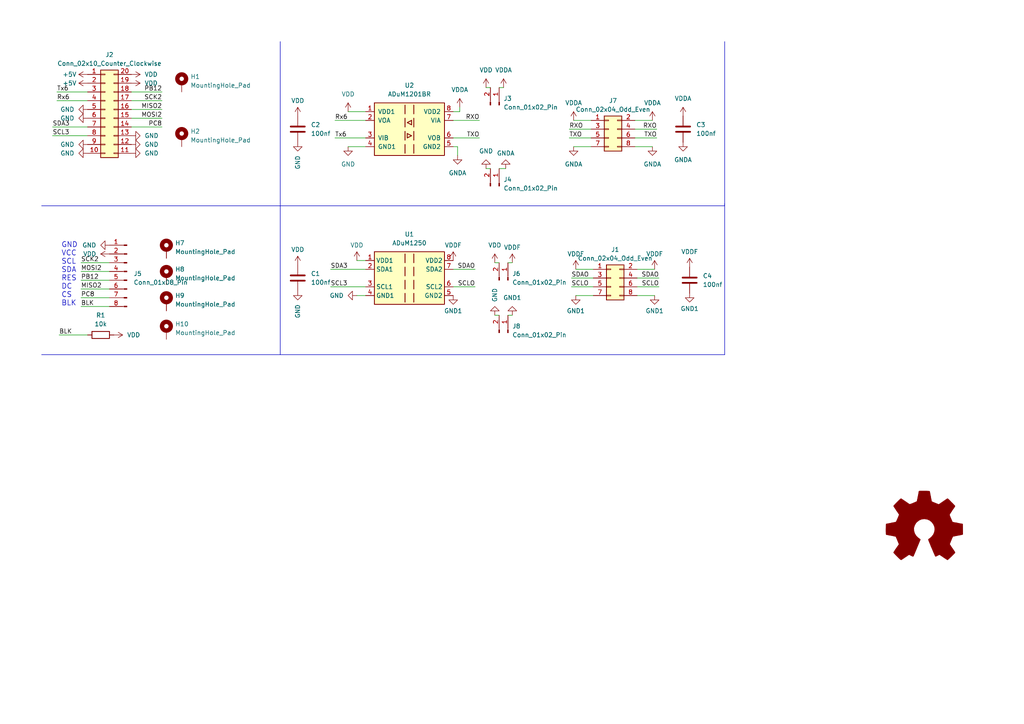
<source format=kicad_sch>
(kicad_sch (version 20231120) (generator "eeschema") (generator_version "8.0")
  (paper "A4")
  (lib_symbols
    (symbol "Connector:Conn_01x02_Pin" (pin_names (offset 1.016) hide)
      (property "Reference" "J" (at 0 2.54 0))
      (property "Value" "Conn_01x02_Pin" (at 0 -5.08 0))
      (symbol "Conn_01x02_Pin_1_1"
        (polyline (pts (xy 1.27 -2.54) (xy 0.8636 -2.54)) (stroke (width 0.1524)))
        (polyline (pts (xy 1.27 0) (xy 0.8636 0)) (stroke (width 0.1524)))
        (rectangle (start 0.8636 -2.413) (end 0 -2.667) (stroke (width 0.1524)) (fill (type outline)))
        (rectangle (start 0.8636 0.127) (end 0 -0.127) (stroke (width 0.1524)) (fill (type outline)))
        (pin passive line (at 5.08 0 180) (length 3.81) (name "Pin_1") (number "1"))
        (pin passive line (at 5.08 -2.54 180) (length 3.81) (name "Pin_2") (number "2"))
      )
    )
    (symbol "Connector:Conn_01x08_Pin" (pin_names (offset 1.016) hide)
      (property "Reference" "J" (at 0 10.16 0))
      (property "Value" "Conn_01x08_Pin" (at 0 -12.7 0))
      (symbol "Conn_01x08_Pin_1_1"
        (polyline (pts (xy 1.27 -10.16) (xy 0.8636 -10.16)) (stroke (width 0.1524)))
        (polyline (pts (xy 1.27 -7.62) (xy 0.8636 -7.62)) (stroke (width 0.1524)))
        (polyline (pts (xy 1.27 -5.08) (xy 0.8636 -5.08)) (stroke (width 0.1524)))
        (polyline (pts (xy 1.27 -2.54) (xy 0.8636 -2.54)) (stroke (width 0.1524)))
        (polyline (pts (xy 1.27 0) (xy 0.8636 0)) (stroke (width 0.1524)))
        (polyline (pts (xy 1.27 2.54) (xy 0.8636 2.54)) (stroke (width 0.1524)))
        (polyline (pts (xy 1.27 5.08) (xy 0.8636 5.08)) (stroke (width 0.1524)))
        (polyline (pts (xy 1.27 7.62) (xy 0.8636 7.62)) (stroke (width 0.1524)))
        (rectangle (start 0.8636 -10.033) (end 0 -10.287) (stroke (width 0.1524)) (fill (type outline)))
        (rectangle (start 0.8636 -7.493) (end 0 -7.747) (stroke (width 0.1524)) (fill (type outline)))
        (rectangle (start 0.8636 -4.953) (end 0 -5.207) (stroke (width 0.1524)) (fill (type outline)))
        (rectangle (start 0.8636 -2.413) (end 0 -2.667) (stroke (width 0.1524)) (fill (type outline)))
        (rectangle (start 0.8636 0.127) (end 0 -0.127) (stroke (width 0.1524)) (fill (type outline)))
        (rectangle (start 0.8636 2.667) (end 0 2.413) (stroke (width 0.1524)) (fill (type outline)))
        (rectangle (start 0.8636 5.207) (end 0 4.953) (stroke (width 0.1524)) (fill (type outline)))
        (rectangle (start 0.8636 7.747) (end 0 7.493) (stroke (width 0.1524)) (fill (type outline)))
        (pin passive line (at 5.08 7.62 180) (length 3.81) (name "Pin_1") (number "1"))
        (pin passive line (at 5.08 5.08 180) (length 3.81) (name "Pin_2") (number "2"))
        (pin passive line (at 5.08 2.54 180) (length 3.81) (name "Pin_3") (number "3"))
        (pin passive line (at 5.08 0 180) (length 3.81) (name "Pin_4") (number "4"))
        (pin passive line (at 5.08 -2.54 180) (length 3.81) (name "Pin_5") (number "5"))
        (pin passive line (at 5.08 -5.08 180) (length 3.81) (name "Pin_6") (number "6"))
        (pin passive line (at 5.08 -7.62 180) (length 3.81) (name "Pin_7") (number "7"))
        (pin passive line (at 5.08 -10.16 180) (length 3.81) (name "Pin_8") (number "8"))
      )
    )
    (symbol "Connector_Generic:Conn_02x04_Odd_Even" (pin_names (offset 1.016) hide)
      (property "Reference" "J" (at 1.27 5.08 0))
      (property "Value" "Conn_02x04_Odd_Even" (at 1.27 -7.62 0))
      (symbol "Conn_02x04_Odd_Even_1_1"
        (rectangle (start -1.27 -4.953) (end 0 -5.207) (stroke (width 0.1524)))
        (rectangle (start -1.27 -2.413) (end 0 -2.667) (stroke (width 0.1524)))
        (rectangle (start -1.27 0.127) (end 0 -0.127) (stroke (width 0.1524)))
        (rectangle (start -1.27 2.667) (end 0 2.413) (stroke (width 0.1524)))
        (rectangle (start -1.27 3.81) (end 3.81 -6.35) (stroke (width 0.254)) (fill (type background)))
        (rectangle (start 3.81 -4.953) (end 2.54 -5.207) (stroke (width 0.1524)))
        (rectangle (start 3.81 -2.413) (end 2.54 -2.667) (stroke (width 0.1524)))
        (rectangle (start 3.81 0.127) (end 2.54 -0.127) (stroke (width 0.1524)))
        (rectangle (start 3.81 2.667) (end 2.54 2.413) (stroke (width 0.1524)))
        (pin passive line (at -5.08 2.54 0) (length 3.81) (name "Pin_1") (number "1"))
        (pin passive line (at 7.62 2.54 180) (length 3.81) (name "Pin_2") (number "2"))
        (pin passive line (at -5.08 0 0) (length 3.81) (name "Pin_3") (number "3"))
        (pin passive line (at 7.62 0 180) (length 3.81) (name "Pin_4") (number "4"))
        (pin passive line (at -5.08 -2.54 0) (length 3.81) (name "Pin_5") (number "5"))
        (pin passive line (at 7.62 -2.54 180) (length 3.81) (name "Pin_6") (number "6"))
        (pin passive line (at -5.08 -5.08 0) (length 3.81) (name "Pin_7") (number "7"))
        (pin passive line (at 7.62 -5.08 180) (length 3.81) (name "Pin_8") (number "8"))
      )
    )
    (symbol "Connector_Generic:Conn_02x10_Counter_Clockwise" (pin_names (offset 1.016) hide)
      (property "Reference" "J" (at 1.27 12.7 0))
      (property "Value" "Conn_02x10_Counter_Clockwise" (at 1.27 -15.24 0))
      (symbol "Conn_02x10_Counter_Clockwise_1_1"
        (rectangle (start -1.27 -12.573) (end 0 -12.827) (stroke (width 0.1524)))
        (rectangle (start -1.27 -10.033) (end 0 -10.287) (stroke (width 0.1524)))
        (rectangle (start -1.27 -7.493) (end 0 -7.747) (stroke (width 0.1524)))
        (rectangle (start -1.27 -4.953) (end 0 -5.207) (stroke (width 0.1524)))
        (rectangle (start -1.27 -2.413) (end 0 -2.667) (stroke (width 0.1524)))
        (rectangle (start -1.27 0.127) (end 0 -0.127) (stroke (width 0.1524)))
        (rectangle (start -1.27 2.667) (end 0 2.413) (stroke (width 0.1524)))
        (rectangle (start -1.27 5.207) (end 0 4.953) (stroke (width 0.1524)))
        (rectangle (start -1.27 7.747) (end 0 7.493) (stroke (width 0.1524)))
        (rectangle (start -1.27 10.287) (end 0 10.033) (stroke (width 0.1524)))
        (rectangle (start -1.27 11.43) (end 3.81 -13.97) (stroke (width 0.254)) (fill (type background)))
        (rectangle (start 3.81 -12.573) (end 2.54 -12.827) (stroke (width 0.1524)))
        (rectangle (start 3.81 -10.033) (end 2.54 -10.287) (stroke (width 0.1524)))
        (rectangle (start 3.81 -7.493) (end 2.54 -7.747) (stroke (width 0.1524)))
        (rectangle (start 3.81 -4.953) (end 2.54 -5.207) (stroke (width 0.1524)))
        (rectangle (start 3.81 -2.413) (end 2.54 -2.667) (stroke (width 0.1524)))
        (rectangle (start 3.81 0.127) (end 2.54 -0.127) (stroke (width 0.1524)))
        (rectangle (start 3.81 2.667) (end 2.54 2.413) (stroke (width 0.1524)))
        (rectangle (start 3.81 5.207) (end 2.54 4.953) (stroke (width 0.1524)))
        (rectangle (start 3.81 7.747) (end 2.54 7.493) (stroke (width 0.1524)))
        (rectangle (start 3.81 10.287) (end 2.54 10.033) (stroke (width 0.1524)))
        (pin passive line (at -5.08 10.16 0) (length 3.81) (name "Pin_1") (number "1"))
        (pin passive line (at -5.08 -12.7 0) (length 3.81) (name "Pin_10") (number "10"))
        (pin passive line (at 7.62 -12.7 180) (length 3.81) (name "Pin_11") (number "11"))
        (pin passive line (at 7.62 -10.16 180) (length 3.81) (name "Pin_12") (number "12"))
        (pin passive line (at 7.62 -7.62 180) (length 3.81) (name "Pin_13") (number "13"))
        (pin passive line (at 7.62 -5.08 180) (length 3.81) (name "Pin_14") (number "14"))
        (pin passive line (at 7.62 -2.54 180) (length 3.81) (name "Pin_15") (number "15"))
        (pin passive line (at 7.62 0 180) (length 3.81) (name "Pin_16") (number "16"))
        (pin passive line (at 7.62 2.54 180) (length 3.81) (name "Pin_17") (number "17"))
        (pin passive line (at 7.62 5.08 180) (length 3.81) (name "Pin_18") (number "18"))
        (pin passive line (at 7.62 7.62 180) (length 3.81) (name "Pin_19") (number "19"))
        (pin passive line (at -5.08 7.62 0) (length 3.81) (name "Pin_2") (number "2"))
        (pin passive line (at 7.62 10.16 180) (length 3.81) (name "Pin_20") (number "20"))
        (pin passive line (at -5.08 5.08 0) (length 3.81) (name "Pin_3") (number "3"))
        (pin passive line (at -5.08 2.54 0) (length 3.81) (name "Pin_4") (number "4"))
        (pin passive line (at -5.08 0 0) (length 3.81) (name "Pin_5") (number "5"))
        (pin passive line (at -5.08 -2.54 0) (length 3.81) (name "Pin_6") (number "6"))
        (pin passive line (at -5.08 -5.08 0) (length 3.81) (name "Pin_7") (number "7"))
        (pin passive line (at -5.08 -7.62 0) (length 3.81) (name "Pin_8") (number "8"))
        (pin passive line (at -5.08 -10.16 0) (length 3.81) (name "Pin_9") (number "9"))
      )
    )
    (symbol "Device:C" (pin_numbers hide) (pin_names (offset 0.254))
      (property "Reference" "C" (at 0.635 2.54 0))
      (property "Value" "C" (at 0.635 -2.54 0))
      (symbol "C_0_1"
        (polyline (pts (xy -2.032 -0.762) (xy 2.032 -0.762)) (stroke (width 0.508)))
        (polyline (pts (xy -2.032 0.762) (xy 2.032 0.762)) (stroke (width 0.508)))
      )
      (symbol "C_1_1"
        (pin passive line (at 0 3.81 270) (length 2.794) (name "~") (number "1"))
        (pin passive line (at 0 -3.81 90) (length 2.794) (name "~") (number "2"))
      )
    )
    (symbol "Device:R" (pin_numbers hide) (pin_names (offset 0))
      (property "Reference" "R" (at 2.032 0 90))
      (property "Value" "R" (at 0 0 90))
      (symbol "R_0_1"
        (rectangle (start -1.016 -2.54) (end 1.016 2.54) (stroke (width 0.254)))
      )
      (symbol "R_1_1"
        (pin passive line (at 0 3.81 270) (length 1.27) (name "~") (number "1"))
        (pin passive line (at 0 -3.81 90) (length 1.27) (name "~") (number "2"))
      )
    )
    (symbol "GND_1" (power) (pin_names (offset 0))
      (property "Value" "GND_1" (at 0 -3.81 0))
      (symbol "GND_1_0_1"
        (polyline (pts (xy 0 0) (xy 0 -1.27) (xy 1.27 -1.27) (xy 0 -2.54) (xy -1.27 -1.27) (xy 0 -1.27)))
      )
      (symbol "GND_1_1_1"
        (pin power_in line (at 0 0 270) (length 0) hide (name "GND") (number "1"))
      )
    )
    (symbol "Graphic:Logo_Open_Hardware_Large" (in_bom no) (on_board no)
      (symbol "Logo_Open_Hardware_Large_1_1"
        (polyline (pts (xy 6.731 -8.7122) (xy 6.6294 -8.6614) (xy 6.35 -8.4836) (xy 5.9944 -8.255) (xy 5.5372 -7.9502) (xy 5.1054 -7.6454) (xy 4.7498 -7.4168) (xy 4.4958 -7.239) (xy 4.3942 -7.1882) (xy 4.318 -7.2136) (xy 4.1148 -7.3152) (xy 3.81 -7.4676) (xy 3.6322 -7.5692) (xy 3.3528 -7.6708) (xy 3.2258 -7.6962) (xy 3.2004 -7.6708) (xy 3.0988 -7.4676) (xy 2.9464 -7.0866) (xy 2.7178 -6.604) (xy 2.4892 -6.0452) (xy 2.2352 -5.4356) (xy 1.9558 -4.826) (xy 1.7272 -4.2164) (xy 1.4986 -3.683) (xy 1.3208 -3.2512) (xy 1.2192 -2.9464) (xy 1.1684 -2.8194) (xy 1.1938 -2.794) (xy 1.3208 -2.667) (xy 1.5748 -2.4892) (xy 2.0828 -2.0574) (xy 2.6162 -1.397) (xy 2.921 -0.6604) (xy 3.048 0.1524) (xy 2.9464 0.9144) (xy 2.6416 1.6256) (xy 2.1336 2.286) (xy 1.524 2.7686) (xy 0.8128 3.0734) (xy 0 3.175) (xy -0.762 3.0988) (xy -1.4986 2.794) (xy -2.159 2.286) (xy -2.4384 1.9812) (xy -2.8194 1.3208) (xy -3.048 0.6096) (xy -3.0734 0.4318) (xy -3.0226 -0.3556) (xy -2.794 -1.0922) (xy -2.3876 -1.7526) (xy -1.8288 -2.3114) (xy -1.7526 -2.3622) (xy -1.4732 -2.5654) (xy -1.2954 -2.6924) (xy -1.1684 -2.8194) (xy -2.159 -5.207) (xy -2.3114 -5.588) (xy -2.5908 -6.2484) (xy -2.8194 -6.8072) (xy -3.0226 -7.2644) (xy -3.1496 -7.5692) (xy -3.2258 -7.6708) (xy -3.2258 -7.6962) (xy -3.302 -7.6962) (xy -3.4798 -7.6454) (xy -3.8354 -7.4676) (xy -4.0386 -7.366) (xy -4.2926 -7.239) (xy -4.4196 -7.1882) (xy -4.5212 -7.239) (xy -4.7498 -7.3914) (xy -5.1054 -7.6454) (xy -5.5372 -7.9248) (xy -5.9436 -8.2042) (xy -6.3246 -8.4582) (xy -6.604 -8.636) (xy -6.731 -8.7122) (xy -6.7564 -8.7122) (xy -6.858 -8.636) (xy -7.0866 -8.4582) (xy -7.4168 -8.1534) (xy -7.874 -7.6962) (xy -7.9502 -7.62) (xy -8.3312 -7.239) (xy -8.636 -6.9088) (xy -8.8392 -6.6802) (xy -8.9154 -6.5786) (xy -8.9154 -6.5786) (xy -8.8392 -6.4516) (xy -8.6614 -6.1722) (xy -8.4328 -5.7912) (xy -8.128 -5.3594) (xy -7.3152 -4.191) (xy -7.7724 -3.0988) (xy -7.8994 -2.7686) (xy -8.0772 -2.3622) (xy -8.2042 -2.0828) (xy -8.255 -1.9558) (xy -8.382 -1.905) (xy -8.6614 -1.8542) (xy -9.0932 -1.7526) (xy -9.6266 -1.651) (xy -10.1092 -1.5748) (xy -10.541 -1.4732) (xy -10.8712 -1.4224) (xy -11.0236 -1.397) (xy -11.049 -1.3716) (xy -11.0744 -1.2954) (xy -11.0998 -1.143) (xy -11.0998 -0.889) (xy -11.1252 -0.4572) (xy -11.1252 0.1524) (xy -11.1252 0.2286) (xy -11.0998 0.8128) (xy -11.0998 1.27) (xy -11.0744 1.5494) (xy -11.0744 1.6764) (xy -11.0744 1.6764) (xy -10.922 1.7018) (xy -10.6172 1.778) (xy -10.16 1.8542) (xy -9.652 1.9558) (xy -9.6012 1.9812) (xy -9.0932 2.0828) (xy -8.636 2.159) (xy -8.3312 2.2352) (xy -8.2042 2.286) (xy -8.1788 2.3114) (xy -8.0772 2.5146) (xy -7.9248 2.8448) (xy -7.747 3.2512) (xy -7.5692 3.6576) (xy -7.4168 4.0386) (xy -7.3152 4.318) (xy -7.2898 4.445) (xy -7.2898 4.445) (xy -7.366 4.572) (xy -7.5438 4.826) (xy -7.7978 5.207) (xy -8.128 5.6642) (xy -8.128 5.6896) (xy -8.4328 6.1468) (xy -8.6868 6.5278) (xy -8.8392 6.7818) (xy -8.9154 6.9088) (xy -8.9154 6.9088) (xy -8.8138 7.0358) (xy -8.5852 7.2898) (xy -8.255 7.6454) (xy -7.874 8.0264) (xy -7.747 8.1534) (xy -7.3152 8.5852) (xy -7.0104 8.8646) (xy -6.8326 8.9916) (xy -6.731 9.0424) (xy -6.731 9.0424) (xy -6.604 8.9408) (xy -6.3246 8.763) (xy -5.9436 8.509) (xy -5.4864 8.2042) (xy -5.461 8.1788) (xy -5.0038 7.874) (xy -4.6482 7.62) (xy -4.3688 7.4422) (xy -4.2672 7.3914) (xy -4.2418 7.3914) (xy -4.064 7.4422) (xy -3.7338 7.5438) (xy -3.3528 7.6962) (xy -2.9464 7.874) (xy -2.5654 8.0264) (xy -2.286 8.1534) (xy -2.159 8.2296) (xy -2.159 8.2296) (xy -2.1082 8.382) (xy -2.032 8.7122) (xy -1.9304 9.1694) (xy -1.8288 9.7282) (xy -1.8034 9.8044) (xy -1.7018 10.3378) (xy -1.6256 10.7696) (xy -1.5748 11.0744) (xy -1.524 11.2014) (xy -1.4478 11.2268) (xy -1.1938 11.2522) (xy -0.8128 11.2522) (xy -0.3302 11.2522) (xy 0.1524 11.2522) (xy 0.6604 11.2522) (xy 1.0668 11.2268) (xy 1.3716 11.2014) (xy 1.4986 11.176) (xy 1.4986 11.176) (xy 1.5494 11.0236) (xy 1.6256 10.6934) (xy 1.7018 10.2108) (xy 1.8288 9.6774) (xy 1.8288 9.5758) (xy 1.9304 9.0424) (xy 2.032 8.6106) (xy 2.0828 8.3058) (xy 2.1336 8.2042) (xy 2.159 8.1788) (xy 2.3876 8.0772) (xy 2.7432 7.9248) (xy 3.175 7.747) (xy 4.191 7.3406) (xy 5.461 8.2042) (xy 5.5626 8.2804) (xy 6.0198 8.5852) (xy 6.3754 8.8392) (xy 6.6294 8.9916) (xy 6.7564 9.0424) (xy 6.7564 9.0424) (xy 6.8834 8.9408) (xy 7.1374 8.7122) (xy 7.4676 8.382) (xy 7.8486 7.9756) (xy 8.1534 7.6962) (xy 8.4836 7.3406) (xy 8.7122 7.112) (xy 8.8392 6.9596) (xy 8.8646 6.858) (xy 8.8646 6.8072) (xy 8.7884 6.6802) (xy 8.6106 6.4008) (xy 8.3312 6.0198) (xy 8.0264 5.588) (xy 7.7978 5.207) (xy 7.5184 4.8006) (xy 7.3406 4.4958) (xy 7.2898 4.3434) (xy 7.2898 4.2926) (xy 7.3914 4.0386) (xy 7.5184 3.683) (xy 7.7216 3.2258) (xy 8.1534 2.2352) (xy 8.7884 2.1082) (xy 9.1948 2.0574) (xy 9.7536 1.9304) (xy 10.2616 1.8288) (xy 11.0998 1.6764) (xy 11.1252 -1.3208) (xy 10.9982 -1.3716) (xy 10.8712 -1.397) (xy 10.5664 -1.4732) (xy 10.1346 -1.5494) (xy 9.6266 -1.651) (xy 9.1948 -1.7272) (xy 8.7376 -1.8288) (xy 8.4328 -1.8796) (xy 8.2804 -1.905) (xy 8.255 -1.9558) (xy 8.1534 -2.159) (xy 7.9756 -2.5146) (xy 7.8232 -2.921) (xy 7.6454 -3.3274) (xy 7.493 -3.7338) (xy 7.366 -4.0132) (xy 7.3406 -4.191) (xy 7.3914 -4.2926) (xy 7.5692 -4.5466) (xy 7.7978 -4.9276) (xy 8.1026 -5.3594) (xy 8.4074 -5.7912) (xy 8.6614 -6.1722) (xy 8.8138 -6.4262) (xy 8.89 -6.5532) (xy 8.8646 -6.6548) (xy 8.6868 -6.858) (xy 8.3566 -7.1882) (xy 7.874 -7.6708) (xy 7.7978 -7.747) (xy 7.3914 -8.128) (xy 7.0612 -8.4328) (xy 6.8326 -8.636) (xy 6.731 -8.7122)) (fill (type outline)))
      )
    )
    (symbol "Isolator:ADuM1201BR" (pin_names (offset 1.016))
      (property "Reference" "U" (at -10.16 8.89 0))
      (property "Value" "ADuM1201BR" (at -2.032 8.89 0))
      (symbol "ADuM1201BR_0_1"
        (rectangle (start -10.16 7.62) (end 10.16 -7.62) (stroke (width 0.254)) (fill (type background)))
        (polyline (pts (xy -1.27 -4.445) (xy -1.27 -6.985)) (stroke (width 0.254)))
        (polyline (pts (xy -1.27 -0.635) (xy -1.27 -3.175)) (stroke (width 0.254)))
        (polyline (pts (xy -1.27 3.175) (xy -1.27 0.635)) (stroke (width 0.254)))
        (polyline (pts (xy -1.27 6.985) (xy -1.27 4.445)) (stroke (width 0.254)))
        (polyline (pts (xy 1.27 -4.445) (xy 1.27 -6.985)) (stroke (width 0.254)))
        (polyline (pts (xy 1.27 -0.635) (xy 1.27 -3.175)) (stroke (width 0.254)))
        (polyline (pts (xy 1.27 3.175) (xy 1.27 0.635)) (stroke (width 0.254)))
        (polyline (pts (xy 1.27 6.985) (xy 1.27 4.445)) (stroke (width 0.254)))
        (polyline (pts (xy -0.635 -1.27) (xy -0.635 -2.54) (xy 0.635 -1.905) (xy -0.635 -1.27)) (stroke (width 0.254)))
        (polyline (pts (xy 0.635 2.54) (xy 0.635 1.27) (xy -0.635 1.905) (xy 0.635 2.54)) (stroke (width 0.254)))
      )
      (symbol "ADuM1201BR_1_1"
        (pin power_in line (at -12.7 5.08 0) (length 2.54) (name "VDD1") (number "1"))
        (pin output line (at -12.7 2.54 0) (length 2.54) (name "VOA") (number "2"))
        (pin input line (at -12.7 -2.54 0) (length 2.54) (name "VIB") (number "3"))
        (pin power_in line (at -12.7 -5.08 0) (length 2.54) (name "GND1") (number "4"))
        (pin power_in line (at 12.7 -5.08 180) (length 2.54) (name "GND2") (number "5"))
        (pin output line (at 12.7 -2.54 180) (length 2.54) (name "VOB") (number "6"))
        (pin input line (at 12.7 2.54 180) (length 2.54) (name "VIA") (number "7"))
        (pin power_in line (at 12.7 5.08 180) (length 2.54) (name "VDD2") (number "8"))
      )
    )
    (symbol "Isolator:ADuM1250"
      (property "Reference" "U" (at -10.16 8.89 0))
      (property "Value" "ADuM1250" (at -2.032 8.89 0))
      (symbol "ADuM1250_0_1"
        (rectangle (start -10.16 7.62) (end 10.16 -7.62) (stroke (width 0.254)) (fill (type background)))
        (polyline (pts (xy -1.27 -4.445) (xy -1.27 -6.985)) (stroke (width 0.254)))
        (polyline (pts (xy -1.27 -0.635) (xy -1.27 -3.175)) (stroke (width 0.254)))
        (polyline (pts (xy -1.27 3.175) (xy -1.27 0.635)) (stroke (width 0.254)))
        (polyline (pts (xy -1.27 6.985) (xy -1.27 4.445)) (stroke (width 0.254)))
        (polyline (pts (xy 1.27 -4.445) (xy 1.27 -6.985)) (stroke (width 0.254)))
        (polyline (pts (xy 1.27 -0.635) (xy 1.27 -3.175)) (stroke (width 0.254)))
        (polyline (pts (xy 1.27 3.175) (xy 1.27 0.635)) (stroke (width 0.254)))
        (polyline (pts (xy 1.27 6.985) (xy 1.27 4.445)) (stroke (width 0.254)))
      )
      (symbol "ADuM1250_1_1"
        (pin power_in line (at -12.7 5.08 0) (length 2.54) (name "VDD1") (number "1"))
        (pin bidirectional line (at -12.7 2.54 0) (length 2.54) (name "SDA1") (number "2"))
        (pin bidirectional line (at -12.7 -2.54 0) (length 2.54) (name "SCL1") (number "3"))
        (pin power_in line (at -12.7 -5.08 0) (length 2.54) (name "GND1") (number "4"))
        (pin power_in line (at 12.7 -5.08 180) (length 2.54) (name "GND2") (number "5"))
        (pin bidirectional line (at 12.7 -2.54 180) (length 2.54) (name "SCL2") (number "6"))
        (pin bidirectional line (at 12.7 2.54 180) (length 2.54) (name "SDA2") (number "7"))
        (pin power_in line (at 12.7 5.08 180) (length 2.54) (name "VDD2") (number "8"))
      )
    )
    (symbol "Mechanical:MountingHole_Pad" (pin_numbers hide) (pin_names (offset 1.016) hide)
      (property "Reference" "H" (at 0 6.35 0))
      (property "Value" "MountingHole_Pad" (at 0 4.445 0))
      (symbol "MountingHole_Pad_0_1"
        (circle (center 0 1.27) (radius 1.27) (stroke (width 1.27)))
      )
      (symbol "MountingHole_Pad_1_1"
        (pin input line (at 0 -2.54 90) (length 2.54) (name "1") (number "1"))
      )
    )
    (symbol "power:+5V" (power) (pin_names (offset 0))
      (property "Value" "+5V" (at 0 3.556 0))
      (symbol "+5V_0_1"
        (polyline (pts (xy -0.762 1.27) (xy 0 2.54)))
        (polyline (pts (xy 0 0) (xy 0 2.54)))
        (polyline (pts (xy 0 2.54) (xy 0.762 1.27)))
      )
      (symbol "+5V_1_1"
        (pin power_in line (at 0 0 90) (length 0) hide (name "+5V") (number "1"))
      )
    )
    (symbol "power:GND1" (power) (pin_names (offset 0))
      (property "Value" "GND1" (at 0 -3.81 0))
      (symbol "GND1_0_1"
        (polyline (pts (xy 0 0) (xy 0 -1.27) (xy 1.27 -1.27) (xy 0 -2.54) (xy -1.27 -1.27) (xy 0 -1.27)))
      )
      (symbol "GND1_1_1"
        (pin power_in line (at 0 0 270) (length 0) hide (name "GND1") (number "1"))
      )
    )
    (symbol "power:GNDA" (power) (pin_names (offset 0))
      (property "Value" "GNDA" (at 0 -3.81 0))
      (symbol "GNDA_0_1"
        (polyline (pts (xy 0 0) (xy 0 -1.27) (xy 1.27 -1.27) (xy 0 -2.54) (xy -1.27 -1.27) (xy 0 -1.27)))
      )
      (symbol "GNDA_1_1"
        (pin power_in line (at 0 0 270) (length 0) hide (name "GNDA") (number "1"))
      )
    )
    (symbol "power:VDD" (power) (pin_names (offset 0))
      (property "Value" "VDD" (at 0 3.81 0))
      (symbol "VDD_0_1"
        (polyline (pts (xy -0.762 1.27) (xy 0 2.54)))
        (polyline (pts (xy 0 0) (xy 0 2.54)))
        (polyline (pts (xy 0 2.54) (xy 0.762 1.27)))
      )
      (symbol "VDD_1_1"
        (pin power_in line (at 0 0 90) (length 0) hide (name "VDD") (number "1"))
      )
    )
    (symbol "power:VDDA" (power) (pin_names (offset 0))
      (property "Value" "VDDA" (at 0 3.81 0))
      (symbol "VDDA_0_1"
        (polyline (pts (xy -0.762 1.27) (xy 0 2.54)))
        (polyline (pts (xy 0 0) (xy 0 2.54)))
        (polyline (pts (xy 0 2.54) (xy 0.762 1.27)))
      )
      (symbol "VDDA_1_1"
        (pin power_in line (at 0 0 90) (length 0) hide (name "VDDA") (number "1"))
      )
    )
    (symbol "power:VDDF" (power) (pin_names (offset 0))
      (property "Value" "VDDF" (at 0 3.81 0))
      (symbol "VDDF_0_1"
        (polyline (pts (xy -0.762 1.27) (xy 0 2.54)))
        (polyline (pts (xy 0 0) (xy 0 2.54)))
        (polyline (pts (xy 0 2.54) (xy 0.762 1.27)))
      )
      (symbol "VDDF_1_1"
        (pin power_in line (at 0 0 90) (length 0) hide (name "VDDF") (number "1"))
      )
    )
  )
  (wire (pts (xy 189.865 85.725) (xy 184.785 85.725)))
  (wire (pts (xy 16.51 29.21) (xy 25.4 29.21)))
  (wire (pts (xy 133.35 31.115) (xy 133.35 32.385)))
  (polyline (pts (xy 210.185 59.69) (xy 210.185 12.065)))
  (wire (pts (xy 189.23 42.545) (xy 184.15 42.545)))
  (wire (pts (xy 46.99 29.21) (xy 38.1 29.21)))
  (wire (pts (xy 133.35 32.385) (xy 131.445 32.385)))
  (wire (pts (xy 95.885 78.105) (xy 106.045 78.105)))
  (wire (pts (xy 165.735 80.645) (xy 172.085 80.645)))
  (wire (pts (xy 190.5 40.005) (xy 184.15 40.005)))
  (wire (pts (xy 146.05 25.4) (xy 144.78 25.4)))
  (wire (pts (xy 139.065 40.005) (xy 131.445 40.005)))
  (wire (pts (xy 165.1 37.465) (xy 171.45 37.465)))
  (wire (pts (xy 166.37 42.545) (xy 171.45 42.545)))
  (wire (pts (xy 191.135 83.185) (xy 184.785 83.185)))
  (wire (pts (xy 103.505 85.725) (xy 106.045 85.725)))
  (wire (pts (xy 15.24 36.83) (xy 25.4 36.83)))
  (wire (pts (xy 46.99 26.67) (xy 38.1 26.67)))
  (wire (pts (xy 146.685 48.895) (xy 144.78 48.895)))
  (wire (pts (xy 189.865 78.105) (xy 184.785 78.105)))
  (polyline (pts (xy 81.28 59.69) (xy 81.28 12.065)))
  (polyline (pts (xy 81.28 102.87) (xy 210.185 102.87)))
  (wire (pts (xy 166.37 34.925) (xy 171.45 34.925)))
  (wire (pts (xy 132.715 45.085) (xy 132.715 42.545)))
  (wire (pts (xy 140.97 48.895) (xy 142.24 48.895)))
  (wire (pts (xy 137.795 78.105) (xy 131.445 78.105)))
  (wire (pts (xy 95.885 83.185) (xy 106.045 83.185)))
  (wire (pts (xy 167.005 85.725) (xy 172.085 85.725)))
  (wire (pts (xy 165.1 40.005) (xy 171.45 40.005)))
  (polyline (pts (xy 12.065 102.87) (xy 81.28 102.87)))
  (wire (pts (xy 23.495 81.28) (xy 31.75 81.28)))
  (polyline (pts (xy 12.065 59.69) (xy 81.28 59.69)))
  (wire (pts (xy 38.1 31.75) (xy 46.99 31.75)))
  (wire (pts (xy 46.99 34.29) (xy 38.1 34.29)))
  (wire (pts (xy 46.99 36.83) (xy 38.1 36.83)))
  (wire (pts (xy 189.23 34.925) (xy 184.15 34.925)))
  (wire (pts (xy 97.155 40.005) (xy 106.045 40.005)))
  (polyline (pts (xy 210.185 102.87) (xy 210.185 59.055)))
  (wire (pts (xy 148.59 76.2) (xy 147.32 76.2)))
  (polyline (pts (xy 81.28 102.87) (xy 81.28 59.69)))
  (wire (pts (xy 143.51 76.2) (xy 144.78 76.2)))
  (wire (pts (xy 100.965 42.545) (xy 106.045 42.545)))
  (wire (pts (xy 15.24 39.37) (xy 25.4 39.37)))
  (wire (pts (xy 103.505 75.565) (xy 106.045 75.565)))
  (wire (pts (xy 191.135 80.645) (xy 184.785 80.645)))
  (wire (pts (xy 23.495 88.9) (xy 31.75 88.9)))
  (wire (pts (xy 23.495 78.74) (xy 31.75 78.74)))
  (wire (pts (xy 190.5 37.465) (xy 184.15 37.465)))
  (wire (pts (xy 16.51 26.67) (xy 25.4 26.67)))
  (wire (pts (xy 139.065 34.925) (xy 131.445 34.925)))
  (wire (pts (xy 167.005 78.105) (xy 172.085 78.105)))
  (wire (pts (xy 17.145 97.155) (xy 25.4 97.155)))
  (wire (pts (xy 100.965 32.385) (xy 106.045 32.385)))
  (wire (pts (xy 143.51 91.44) (xy 144.78 91.44)))
  (wire (pts (xy 132.715 42.545) (xy 131.445 42.545)))
  (wire (pts (xy 97.155 34.925) (xy 106.045 34.925)))
  (polyline (pts (xy 81.28 59.69) (xy 210.185 59.69)))
  (wire (pts (xy 23.495 86.36) (xy 31.75 86.36)))
  (wire (pts (xy 140.97 25.4) (xy 142.24 25.4)))
  (wire (pts (xy 165.735 83.185) (xy 172.085 83.185)))
  (wire (pts (xy 137.795 83.185) (xy 131.445 83.185)))
  (wire (pts (xy 23.495 76.2) (xy 31.75 76.2)))
  (wire (pts (xy 23.495 83.82) (xy 31.75 83.82)))
  (wire (pts (xy 148.59 91.44) (xy 147.32 91.44)))
  (text "GND\nVCC\nSCL\nSDA\nRES\nDC\nCS\nBLK" (at 17.78 88.9 0) (effects (font (size 1.5 1.5)) (justify left bottom)))
  (label "Tx6" (at 97.155 40.005 0))
  (label "PB12" (at 46.99 26.67 180))
  (label "SCLO" (at 137.795 83.185 180))
  (label "MISO2" (at 46.99 31.75 180))
  (label "MOSI2" (at 23.495 78.74 0))
  (label "PB12" (at 23.495 81.28 0))
  (label "PC8" (at 23.495 86.36 0))
  (label "RXO" (at 139.065 34.925 180))
  (label "PC8" (at 46.99 36.83 180))
  (label "RXO" (at 165.1 37.465 0))
  (label "SDAO" (at 191.135 80.645 180))
  (label "SDAO" (at 137.795 78.105 180))
  (label "SDAO" (at 165.735 80.645 0))
  (label "BLK" (at 23.495 88.9 0))
  (label "Tx6" (at 16.51 26.67 0))
  (label "SCL3" (at 95.885 83.185 0))
  (label "TXO" (at 165.1 40.005 0))
  (label "Rx6" (at 16.51 29.21 0))
  (label "RXO" (at 190.5 37.465 180))
  (label "TXO" (at 139.065 40.005 180))
  (label "SCK2" (at 46.99 29.21 180))
  (label "Rx6" (at 97.155 34.925 0))
  (label "TXO" (at 190.5 40.005 180))
  (label "SCK2" (at 23.495 76.2 0))
  (label "SCLO" (at 165.735 83.185 0))
  (label "SCL3" (at 15.24 39.37 0))
  (label "BLK" (at 17.145 97.155 0))
  (label "SDA3" (at 95.885 78.105 0))
  (label "SCLO" (at 191.135 83.185 180))
  (label "MOSI2" (at 46.99 34.29 180))
  (label "SDA3" (at 15.24 36.83 0))
  (label "MISO2" (at 23.495 83.82 0))
  (symbol (lib_id "Connector:Conn_01x02_Pin") (at 147.32 96.52 270) (mirror x) (unit 1)
    (property "Reference" "J8" (at 148.59 94.615 90) (effects (justify left)))
    (property "Value" "Conn_01x02_Pin" (at 148.59 97.155 90) (effects (justify left)))
    (property "Footprint" "Connector_PinSocket_2.54mm:PinSocket_1x02_P2.54mm_Vertical" (effects (hide yes)))
  )
  (symbol (lib_id "power:VDD") (at 31.75 73.66 90) (mirror x) (unit 1)
    (property "Reference" "#PWR045" (effects (hide yes)))
    (property "Value" "VDD" (at 27.94 73.66 90) (effects (justify left)))
  )
  (symbol (lib_name "GND_1") (lib_id "power:GND") (at 38.1 39.37 90) (unit 1)
    (property "Reference" "#PWR016" (effects (hide yes)))
    (property "Value" "GND" (at 41.91 39.37 90) (effects (justify right)))
  )
  (symbol (lib_id "power:GND1") (at 200.025 85.09 0) (mirror y) (unit 1)
    (property "Reference" "#PWR039" (effects (hide yes)))
    (property "Value" "GND1" (at 200.025 89.535 0))
  )
  (symbol (lib_id "power:VDDA") (at 146.05 25.4 0) (unit 1)
    (property "Reference" "#PWR07" (effects (hide yes)))
    (property "Value" "VDDA" (at 146.05 20.32 0))
  )
  (symbol (lib_id "Mechanical:MountingHole_Pad") (at 48.26 72.39 0) (unit 1)
    (property "Reference" "H7" (at 50.8 70.485 0) (effects (justify left)))
    (property "Value" "MountingHole_Pad" (at 50.8 73.025 0) (effects (justify left)))
    (property "Footprint" "MountingHole:MountingHole_2.2mm_M2_DIN965_Pad" (effects (hide yes)))
  )
  (symbol (lib_id "Isolator:ADuM1250") (at 118.745 80.645 0) (unit 1)
    (property "Reference" "U1" (at 118.745 67.945 0))
    (property "Value" "ADuM1250" (at 118.745 70.485 0))
    (property "Footprint" "Package_SO:SOIC-8_3.9x4.9mm_P1.27mm" (effects (hide yes)))
    (property "Datasheet" "https://www.analog.com/media/en/technical-documentation/data-sheets/ADuM1250_1251.pdf" (effects (hide yes)))
  )
  (symbol (lib_id "Device:R") (at 29.21 97.155 90) (unit 1)
    (property "Reference" "R1" (at 29.21 91.44 90))
    (property "Value" "10k" (at 29.21 93.98 90))
    (property "Footprint" "Resistor_SMD:R_0603_1608Metric_Pad0.98x0.95mm_HandSolder" (effects (hide yes)))
  )
  (symbol (lib_id "power:GND1") (at 131.445 85.725 0) (unit 1)
    (property "Reference" "#PWR025" (effects (hide yes)))
    (property "Value" "GND1" (at 131.445 90.17 0))
  )
  (symbol (lib_id "power:VDDA") (at 166.37 34.925 0) (unit 1)
    (property "Reference" "#PWR05" (effects (hide yes)))
    (property "Value" "VDDA" (at 166.37 29.845 0))
  )
  (symbol (lib_id "Isolator:ADuM1201BR") (at 118.745 37.465 0) (unit 1)
    (property "Reference" "U2" (at 118.745 24.765 0))
    (property "Value" "ADuM1201BR" (at 118.745 27.305 0))
    (property "Footprint" "Package_SO:SOIC-8_3.9x4.9mm_P1.27mm" (effects (hide yes)))
    (property "Datasheet" "https://www.analog.com/static/imported-files/data_sheets/ADuM1200_1201.pdf" (effects (hide yes)))
  )
  (symbol (lib_id "Connector:Conn_01x02_Pin") (at 144.78 53.975 270) (mirror x) (unit 1)
    (property "Reference" "J4" (at 146.05 52.07 90) (effects (justify left)))
    (property "Value" "Conn_01x02_Pin" (at 146.05 54.61 90) (effects (justify left)))
    (property "Footprint" "Connector_PinSocket_2.54mm:PinSocket_1x02_P2.54mm_Vertical" (effects (hide yes)))
  )
  (symbol (lib_id "power:VDDF") (at 167.005 78.105 0) (unit 1)
    (property "Reference" "#PWR023" (effects (hide yes)))
    (property "Value" "VDDF" (at 167.005 73.66 0))
  )
  (symbol (lib_id "power:VDDA") (at 133.35 31.115 0) (unit 1)
    (property "Reference" "#PWR06" (effects (hide yes)))
    (property "Value" "VDDA" (at 133.35 26.035 0))
  )
  (symbol (lib_id "Connector:Conn_01x08_Pin") (at 36.83 78.74 0) (mirror y) (unit 1)
    (property "Reference" "J5" (at 38.735 79.375 0) (effects (justify right)))
    (property "Value" "Conn_01x08_Pin" (at 38.735 81.915 0) (effects (justify right)))
    (property "Footprint" "Connector_PinHeader_2.54mm:PinHeader_1x08_P2.54mm_Vertical" (effects (hide yes)))
  )
  (symbol (lib_id "Connector_Generic:Conn_02x04_Odd_Even") (at 177.165 80.645 0) (unit 1)
    (property "Reference" "J1" (at 178.435 72.39 0))
    (property "Value" "Conn_02x04_Odd_Even" (at 178.435 74.93 0))
    (property "Footprint" "Connector_PinHeader_2.54mm:PinHeader_2x04_P2.54mm_Vertical" (effects (hide yes)))
  )
  (symbol (lib_id "Device:C") (at 86.36 37.465 0) (unit 1)
    (property "Reference" "C2" (at 90.17 36.195 0) (effects (justify left)))
    (property "Value" "100nf" (at 90.17 38.735 0) (effects (justify left)))
    (property "Footprint" "Capacitor_SMD:C_0603_1608Metric_Pad1.08x0.95mm_HandSolder" (effects (hide yes)))
  )
  (symbol (lib_name "GND_1") (lib_id "power:GND") (at 86.36 41.275 0) (unit 1)
    (property "Reference" "#PWR036" (effects (hide yes)))
    (property "Value" "GND" (at 86.36 45.085 90) (effects (justify right)))
  )
  (symbol (lib_id "Mechanical:MountingHole_Pad") (at 52.705 24.13 0) (unit 1)
    (property "Reference" "H1" (at 55.245 22.225 0) (effects (justify left)))
    (property "Value" "MountingHole_Pad" (at 55.245 24.765 0) (effects (justify left)))
    (property "Footprint" "Jimmy_Library:MountingHole_M2_2.2x5mm_pad" (effects (hide yes)))
  )
  (symbol (lib_id "power:VDDA") (at 189.23 34.925 0) (mirror y) (unit 1)
    (property "Reference" "#PWR029" (effects (hide yes)))
    (property "Value" "VDDA" (at 189.23 29.845 0))
  )
  (symbol (lib_id "Device:C") (at 200.025 81.28 0) (unit 1)
    (property "Reference" "C4" (at 203.835 80.01 0) (effects (justify left)))
    (property "Value" "100nf" (at 203.835 82.55 0) (effects (justify left)))
    (property "Footprint" "Capacitor_SMD:C_0603_1608Metric_Pad1.08x0.95mm_HandSolder" (effects (hide yes)))
  )
  (symbol (lib_id "power:GNDA") (at 146.685 48.895 180) (unit 1)
    (property "Reference" "#PWR041" (effects (hide yes)))
    (property "Value" "GNDA" (at 146.685 44.45 0))
  )
  (symbol (lib_id "power:GNDA") (at 198.12 41.275 0) (mirror y) (unit 1)
    (property "Reference" "#PWR038" (effects (hide yes)))
    (property "Value" "GNDA" (at 198.12 46.355 0))
  )
  (symbol (lib_id "power:VDD") (at 103.505 75.565 0) (unit 1)
    (property "Reference" "#PWR020" (effects (hide yes)))
    (property "Value" "VDD" (at 103.505 71.12 0))
  )
  (symbol (lib_name "GND_1") (lib_id "power:GND") (at 86.36 84.455 0) (unit 1)
    (property "Reference" "#PWR034" (effects (hide yes)))
    (property "Value" "GND" (at 86.36 88.265 90) (effects (justify right)))
  )
  (symbol (lib_id "Device:C") (at 86.36 80.645 0) (unit 1)
    (property "Reference" "C1" (at 90.17 79.375 0) (effects (justify left)))
    (property "Value" "100nf" (at 90.17 81.915 0) (effects (justify left)))
    (property "Footprint" "Capacitor_SMD:C_0603_1608Metric_Pad1.08x0.95mm_HandSolder" (effects (hide yes)))
  )
  (symbol (lib_id "Connector_Generic:Conn_02x04_Odd_Even") (at 176.53 37.465 0) (unit 1)
    (property "Reference" "J7" (at 177.8 29.21 0))
    (property "Value" "Conn_02x04_Odd_Even" (at 177.8 31.75 0))
    (property "Footprint" "Connector_PinHeader_2.54mm:PinHeader_2x04_P2.54mm_Vertical" (effects (hide yes)))
  )
  (symbol (lib_id "power:VDD") (at 100.965 32.385 0) (unit 1)
    (property "Reference" "#PWR02" (effects (hide yes)))
    (property "Value" "VDD" (at 100.965 27.305 0))
  )
  (symbol (lib_id "Connector:Conn_01x02_Pin") (at 144.78 30.48 270) (mirror x) (unit 1)
    (property "Reference" "J3" (at 146.05 28.575 90) (effects (justify left)))
    (property "Value" "Conn_01x02_Pin" (at 146.05 31.115 90) (effects (justify left)))
    (property "Footprint" "Connector_PinSocket_2.54mm:PinSocket_1x02_P2.54mm_Vertical" (effects (hide yes)))
  )
  (symbol (lib_id "Device:C") (at 198.12 37.465 0) (unit 1)
    (property "Reference" "C3" (at 201.93 36.195 0) (effects (justify left)))
    (property "Value" "100nf" (at 201.93 38.735 0) (effects (justify left)))
    (property "Footprint" "Capacitor_SMD:C_0603_1608Metric_Pad1.08x0.95mm_HandSolder" (effects (hide yes)))
  )
  (symbol (lib_id "Connector_Generic:Conn_02x10_Counter_Clockwise") (at 30.48 31.75 0) (unit 1)
    (property "Reference" "J2" (at 31.75 15.875 0))
    (property "Value" "Conn_02x10_Counter_Clockwise" (at 31.75 18.415 0))
    (property "Footprint" "JConnector:BTB_0.8mm_2x10pin_Male" (effects (hide yes)))
  )
  (symbol (lib_id "power:GND1") (at 189.865 85.725 0) (mirror y) (unit 1)
    (property "Reference" "#PWR032" (effects (hide yes)))
    (property "Value" "GND1" (at 189.865 90.17 0))
  )
  (symbol (lib_id "power:GND1") (at 167.005 85.725 0) (unit 1)
    (property "Reference" "#PWR024" (effects (hide yes)))
    (property "Value" "GND1" (at 167.005 90.17 0))
  )
  (symbol (lib_id "power:GND1") (at 148.59 91.44 180) (unit 1)
    (property "Reference" "#PWR043" (effects (hide yes)))
    (property "Value" "GND1" (at 148.59 86.36 0))
  )
  (symbol (lib_id "power:GNDA") (at 166.37 42.545 0) (unit 1)
    (property "Reference" "#PWR03" (effects (hide yes)))
    (property "Value" "GNDA" (at 166.37 47.625 0))
  )
  (symbol (lib_name "GND_1") (lib_id "power:GND") (at 25.4 41.91 270) (unit 1)
    (property "Reference" "#PWR018" (effects (hide yes)))
    (property "Value" "GND" (at 21.59 41.91 90) (effects (justify right)))
  )
  (symbol (lib_id "power:+5V") (at 25.4 24.13 90) (unit 1)
    (property "Reference" "#PWR011" (effects (hide yes)))
    (property "Value" "+5V" (at 22.225 24.13 90) (effects (justify left)))
  )
  (symbol (lib_id "power:VDD") (at 86.36 33.655 0) (unit 1)
    (property "Reference" "#PWR035" (effects (hide yes)))
    (property "Value" "VDD" (at 86.36 29.21 0))
  )
  (symbol (lib_id "power:VDD") (at 86.36 76.835 0) (unit 1)
    (property "Reference" "#PWR033" (effects (hide yes)))
    (property "Value" "VDD" (at 86.36 72.39 0))
  )
  (symbol (lib_id "Mechanical:MountingHole_Pad") (at 48.26 87.63 0) (unit 1)
    (property "Reference" "H9" (at 50.8 85.725 0) (effects (justify left)))
    (property "Value" "MountingHole_Pad" (at 50.8 88.265 0) (effects (justify left)))
    (property "Footprint" "MountingHole:MountingHole_2.2mm_M2_DIN965_Pad" (effects (hide yes)))
  )
  (symbol (lib_name "GND_1") (lib_id "power:GND") (at 38.1 41.91 90) (unit 1)
    (property "Reference" "#PWR019" (effects (hide yes)))
    (property "Value" "GND" (at 41.91 41.91 90) (effects (justify right)))
  )
  (symbol (lib_id "power:VDD") (at 143.51 76.2 0) (unit 1)
    (property "Reference" "#PWR027" (effects (hide yes)))
    (property "Value" "VDD" (at 143.51 71.12 0))
  )
  (symbol (lib_id "power:VDDF") (at 131.445 75.565 0) (unit 1)
    (property "Reference" "#PWR026" (effects (hide yes)))
    (property "Value" "VDDF" (at 131.445 71.12 0))
  )
  (symbol (lib_name "GND_1") (lib_id "power:GND") (at 25.4 44.45 270) (unit 1)
    (property "Reference" "#PWR021" (effects (hide yes)))
    (property "Value" "GND" (at 21.59 44.45 90) (effects (justify right)))
  )
  (symbol (lib_name "GND_1") (lib_id "power:GND") (at 31.75 71.12 270) (unit 1)
    (property "Reference" "#PWR044" (effects (hide yes)))
    (property "Value" "GND" (at 27.94 71.12 90) (effects (justify right)))
  )
  (symbol (lib_id "Mechanical:MountingHole_Pad") (at 48.26 95.885 0) (unit 1)
    (property "Reference" "H10" (at 50.8 93.98 0) (effects (justify left)))
    (property "Value" "MountingHole_Pad" (at 50.8 96.52 0) (effects (justify left)))
    (property "Footprint" "MountingHole:MountingHole_2.2mm_M2_DIN965_Pad" (effects (hide yes)))
  )
  (symbol (lib_id "power:VDD") (at 38.1 21.59 270) (unit 1)
    (property "Reference" "#PWR09" (effects (hide yes)))
    (property "Value" "VDD" (at 41.91 21.59 90) (effects (justify left)))
  )
  (symbol (lib_id "Graphic:Logo_Open_Hardware_Large") (at 268.097 153.67 0) (unit 1) (exclude_from_sim yes) (in_bom no) (on_board no)
    (property "Reference" "#SYM1" (effects (hide yes)))
    (property "Value" "Logo_Open_Hardware_Large" (effects (hide yes)))
  )
  (symbol (lib_name "GND_1") (lib_id "power:GND") (at 38.1 44.45 90) (unit 1)
    (property "Reference" "#PWR022" (effects (hide yes)))
    (property "Value" "GND" (at 41.91 44.45 90) (effects (justify right)))
  )
  (symbol (lib_id "power:GNDA") (at 132.715 45.085 0) (unit 1)
    (property "Reference" "#PWR04" (effects (hide yes)))
    (property "Value" "GNDA" (at 132.715 50.165 0))
  )
  (symbol (lib_id "power:VDDF") (at 189.865 78.105 0) (mirror y) (unit 1)
    (property "Reference" "#PWR031" (effects (hide yes)))
    (property "Value" "VDDF" (at 189.865 73.66 0))
  )
  (symbol (lib_name "GND_1") (lib_id "power:GND") (at 100.965 42.545 0) (unit 1)
    (property "Reference" "#PWR01" (effects (hide yes)))
    (property "Value" "GND" (at 100.965 47.625 0))
  )
  (symbol (lib_id "power:GNDA") (at 189.23 42.545 0) (mirror y) (unit 1)
    (property "Reference" "#PWR030" (effects (hide yes)))
    (property "Value" "GNDA" (at 189.23 47.625 0))
  )
  (symbol (lib_name "GND_1") (lib_id "power:GND") (at 25.4 31.75 270) (unit 1)
    (property "Reference" "#PWR014" (effects (hide yes)))
    (property "Value" "GND" (at 21.59 31.75 90) (effects (justify right)))
  )
  (symbol (lib_id "power:+5V") (at 25.4 21.59 90) (unit 1)
    (property "Reference" "#PWR08" (effects (hide yes)))
    (property "Value" "+5V" (at 22.225 21.59 90) (effects (justify left)))
  )
  (symbol (lib_id "power:VDD") (at 33.02 97.155 270) (mirror x) (unit 1)
    (property "Reference" "#PWR013" (effects (hide yes)))
    (property "Value" "VDD" (at 36.83 97.155 90) (effects (justify left)))
  )
  (symbol (lib_name "GND_1") (lib_id "power:GND") (at 143.51 91.44 180) (unit 1)
    (property "Reference" "#PWR046" (effects (hide yes)))
    (property "Value" "GND" (at 143.51 87.63 90) (effects (justify right)))
  )
  (symbol (lib_id "power:VDD") (at 38.1 24.13 270) (unit 1)
    (property "Reference" "#PWR012" (effects (hide yes)))
    (property "Value" "VDD" (at 41.91 24.13 90) (effects (justify left)))
  )
  (symbol (lib_id "power:VDD") (at 140.97 25.4 0) (unit 1)
    (property "Reference" "#PWR010" (effects (hide yes)))
    (property "Value" "VDD" (at 140.97 20.32 0))
  )
  (symbol (lib_id "Mechanical:MountingHole_Pad") (at 48.26 80.01 0) (unit 1)
    (property "Reference" "H8" (at 50.8 78.105 0) (effects (justify left)))
    (property "Value" "MountingHole_Pad" (at 50.8 80.645 0) (effects (justify left)))
    (property "Footprint" "MountingHole:MountingHole_2.2mm_M2_DIN965_Pad" (effects (hide yes)))
  )
  (symbol (lib_id "power:VDDA") (at 198.12 33.655 0) (unit 1)
    (property "Reference" "#PWR037" (effects (hide yes)))
    (property "Value" "VDDA" (at 198.12 28.575 0))
  )
  (symbol (lib_name "GND_1") (lib_id "power:GND") (at 140.97 48.895 180) (unit 1)
    (property "Reference" "#PWR042" (effects (hide yes)))
    (property "Value" "GND" (at 140.97 43.815 0))
  )
  (symbol (lib_id "power:VDDF") (at 200.025 77.47 0) (mirror y) (unit 1)
    (property "Reference" "#PWR040" (effects (hide yes)))
    (property "Value" "VDDF" (at 200.025 73.025 0))
  )
  (symbol (lib_id "Mechanical:MountingHole_Pad") (at 52.705 40.005 0) (unit 1)
    (property "Reference" "H2" (at 55.245 38.1 0) (effects (justify left)))
    (property "Value" "MountingHole_Pad" (at 55.245 40.64 0) (effects (justify left)))
    (property "Footprint" "Jimmy_Library:MountingHole_M2_2.2x5mm_pad" (effects (hide yes)))
  )
  (symbol (lib_id "Connector:Conn_01x02_Pin") (at 147.32 81.28 270) (mirror x) (unit 1)
    (property "Reference" "J6" (at 148.59 79.375 90) (effects (justify left)))
    (property "Value" "Conn_01x02_Pin" (at 148.59 81.915 90) (effects (justify left)))
    (property "Footprint" "Connector_PinSocket_2.54mm:PinSocket_1x02_P2.54mm_Vertical" (effects (hide yes)))
  )
  (symbol (lib_name "GND_1") (lib_id "power:GND") (at 103.505 85.725 270) (unit 1)
    (property "Reference" "#PWR017" (effects (hide yes)))
    (property "Value" "GND" (at 99.695 85.725 90) (effects (justify right)))
  )
  (symbol (lib_id "power:VDDF") (at 148.59 76.2 0) (unit 1)
    (property "Reference" "#PWR028" (effects (hide yes)))
    (property "Value" "VDDF" (at 148.59 71.755 0))
  )
  (symbol (lib_name "GND_1") (lib_id "power:GND") (at 25.4 34.29 270) (unit 1)
    (property "Reference" "#PWR015" (effects (hide yes)))
    (property "Value" "GND" (at 21.59 34.29 90) (effects (justify right)))
  )
)
</source>
